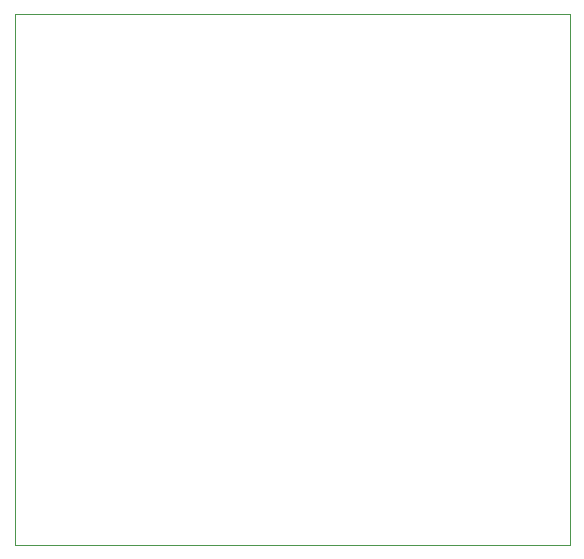
<source format=gm1>
%TF.GenerationSoftware,KiCad,Pcbnew,7.0.6*%
%TF.CreationDate,2024-01-21T00:28:06+01:00*%
%TF.ProjectId,ir_remote_control,69725f72-656d-46f7-9465-5f636f6e7472,rev?*%
%TF.SameCoordinates,PX3938700PY55d4a80*%
%TF.FileFunction,Profile,NP*%
%FSLAX46Y46*%
G04 Gerber Fmt 4.6, Leading zero omitted, Abs format (unit mm)*
G04 Created by KiCad (PCBNEW 7.0.6) date 2024-01-21 00:28:06*
%MOMM*%
%LPD*%
G01*
G04 APERTURE LIST*
%TA.AperFunction,Profile*%
%ADD10C,0.100000*%
%TD*%
G04 APERTURE END LIST*
D10*
X0Y0D02*
X0Y45000000D01*
X0Y45000000D02*
X47000000Y45000000D01*
X0Y0D02*
X47000000Y0D01*
X47000000Y45000000D02*
X47000000Y0D01*
M02*

</source>
